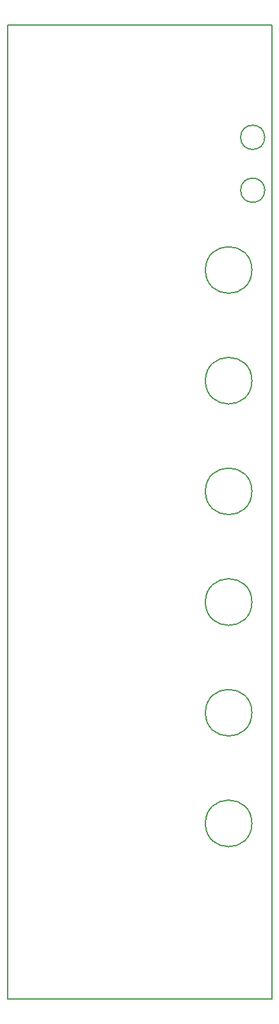
<source format=gbr>
%TF.GenerationSoftware,KiCad,Pcbnew,(6.0.10-0)*%
%TF.CreationDate,2023-01-16T20:28:06+10:30*%
%TF.ProjectId,BLE_Module_Faceplate,424c455f-4d6f-4647-956c-655f46616365,rev?*%
%TF.SameCoordinates,Original*%
%TF.FileFunction,Profile,NP*%
%FSLAX46Y46*%
G04 Gerber Fmt 4.6, Leading zero omitted, Abs format (unit mm)*
G04 Created by KiCad (PCBNEW (6.0.10-0)) date 2023-01-16 20:28:06*
%MOMM*%
%LPD*%
G01*
G04 APERTURE LIST*
%TA.AperFunction,Profile*%
%ADD10C,0.200000*%
%TD*%
G04 APERTURE END LIST*
D10*
X34052500Y-14810000D02*
G75*
G03*
X34052500Y-14810000I-1600000J0D01*
G01*
X32347500Y-32320000D02*
G75*
G03*
X32347500Y-32320000I-3075000J0D01*
G01*
X34052500Y-21795000D02*
G75*
G03*
X34052500Y-21795000I-1600000J0D01*
G01*
X0Y0D02*
X35000000Y0D01*
X35000000Y0D02*
X35000000Y-128500000D01*
X0Y0D02*
X0Y-128500000D01*
X32347500Y-105345000D02*
G75*
G03*
X32347500Y-105345000I-3075000J0D01*
G01*
X32347500Y-46925000D02*
G75*
G03*
X32347500Y-46925000I-3075000J0D01*
G01*
X0Y-128500000D02*
X35000000Y-128500000D01*
X32347500Y-76135000D02*
G75*
G03*
X32347500Y-76135000I-3075000J0D01*
G01*
X32347500Y-90740000D02*
G75*
G03*
X32347500Y-90740000I-3075000J0D01*
G01*
X32347500Y-61530000D02*
G75*
G03*
X32347500Y-61530000I-3075000J0D01*
G01*
M02*

</source>
